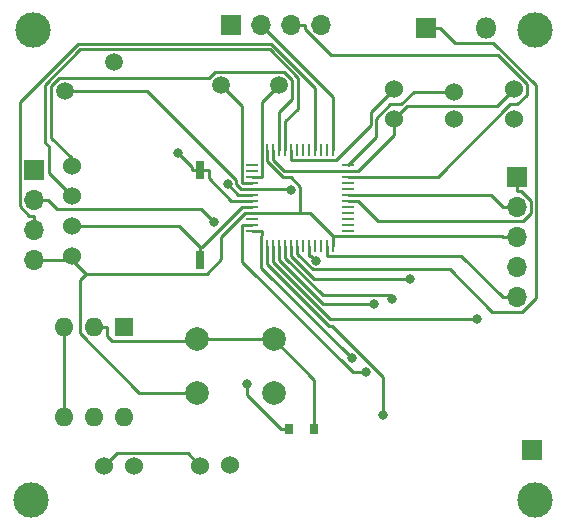
<source format=gtl>
G04 #@! TF.GenerationSoftware,KiCad,Pcbnew,5.1.6-c6e7f7d~87~ubuntu18.04.1*
G04 #@! TF.CreationDate,2020-07-19T23:01:31+05:30*
G04 #@! TF.ProjectId,Sensor_pcb_v1,53656e73-6f72-45f7-9063-625f76312e6b,rev?*
G04 #@! TF.SameCoordinates,Original*
G04 #@! TF.FileFunction,Copper,L1,Top*
G04 #@! TF.FilePolarity,Positive*
%FSLAX46Y46*%
G04 Gerber Fmt 4.6, Leading zero omitted, Abs format (unit mm)*
G04 Created by KiCad (PCBNEW 5.1.6-c6e7f7d~87~ubuntu18.04.1) date 2020-07-19 23:01:31*
%MOMM*%
%LPD*%
G01*
G04 APERTURE LIST*
G04 #@! TA.AperFunction,ComponentPad*
%ADD10R,1.700000X1.700000*%
G04 #@! TD*
G04 #@! TA.AperFunction,ComponentPad*
%ADD11O,1.700000X1.700000*%
G04 #@! TD*
G04 #@! TA.AperFunction,ComponentPad*
%ADD12C,1.524000*%
G04 #@! TD*
G04 #@! TA.AperFunction,ComponentPad*
%ADD13C,2.000000*%
G04 #@! TD*
G04 #@! TA.AperFunction,ComponentPad*
%ADD14R,1.600000X1.600000*%
G04 #@! TD*
G04 #@! TA.AperFunction,ComponentPad*
%ADD15O,1.600000X1.600000*%
G04 #@! TD*
G04 #@! TA.AperFunction,SMDPad,CuDef*
%ADD16R,0.800000X0.900000*%
G04 #@! TD*
G04 #@! TA.AperFunction,ComponentPad*
%ADD17O,1.800000X1.800000*%
G04 #@! TD*
G04 #@! TA.AperFunction,ComponentPad*
%ADD18R,1.800000X1.800000*%
G04 #@! TD*
G04 #@! TA.AperFunction,SMDPad,CuDef*
%ADD19R,0.760000X1.600000*%
G04 #@! TD*
G04 #@! TA.AperFunction,SMDPad,CuDef*
%ADD20R,0.230000X1.000000*%
G04 #@! TD*
G04 #@! TA.AperFunction,SMDPad,CuDef*
%ADD21R,1.000000X0.230000*%
G04 #@! TD*
G04 #@! TA.AperFunction,ComponentPad*
%ADD22C,1.500000*%
G04 #@! TD*
G04 #@! TA.AperFunction,ViaPad*
%ADD23C,3.000000*%
G04 #@! TD*
G04 #@! TA.AperFunction,ViaPad*
%ADD24C,0.800000*%
G04 #@! TD*
G04 #@! TA.AperFunction,Conductor*
%ADD25C,0.250000*%
G04 #@! TD*
G04 APERTURE END LIST*
D10*
X67050000Y-56420000D03*
X24860000Y-32700000D03*
D11*
X24860000Y-35240000D03*
X24860000Y-37780000D03*
X24860000Y-40320000D03*
D12*
X33340000Y-57800000D03*
X30800000Y-57810000D03*
X41510000Y-57740000D03*
X38970000Y-57750000D03*
D13*
X38680000Y-51570000D03*
X38680000Y-47070000D03*
X45180000Y-51570000D03*
X45180000Y-47070000D03*
D14*
X32460000Y-46060000D03*
D15*
X27380000Y-53680000D03*
X29920000Y-46060000D03*
X29920000Y-53680000D03*
X27380000Y-46060000D03*
X32460000Y-53680000D03*
D16*
X46490000Y-54630000D03*
X48590000Y-54630000D03*
D12*
X60410000Y-26090000D03*
X55330000Y-25890000D03*
X65490000Y-25890000D03*
X65490000Y-28430000D03*
X60410000Y-28430000D03*
X55330000Y-28430000D03*
D11*
X65760000Y-43500000D03*
X65760000Y-40960000D03*
X65760000Y-38420000D03*
X65760000Y-35880000D03*
D10*
X65760000Y-33340000D03*
D11*
X49170000Y-20450000D03*
X46630000Y-20450000D03*
X44090000Y-20450000D03*
D10*
X41550000Y-20450000D03*
D17*
X63140000Y-20710000D03*
D18*
X58060000Y-20710000D03*
D19*
X38960000Y-40370000D03*
X38960000Y-32750000D03*
D20*
X49704000Y-31024000D03*
D21*
X43354000Y-32294000D03*
X43354000Y-32802000D03*
X43354000Y-33310000D03*
X43354000Y-33818000D03*
X43354000Y-34326000D03*
X43354000Y-34834000D03*
X43354000Y-35342000D03*
X43354000Y-35850000D03*
X43354000Y-36358000D03*
X43354000Y-36866000D03*
X43354000Y-37374000D03*
X43354000Y-37882000D03*
D20*
X44624000Y-39152000D03*
X45132000Y-39152000D03*
X46148000Y-39152000D03*
X46656000Y-39152000D03*
X47164000Y-39152000D03*
X47672000Y-39152000D03*
X48180000Y-39152000D03*
X48688000Y-39152000D03*
X49196000Y-39152000D03*
X49704000Y-39152000D03*
X50212000Y-39152000D03*
D21*
X51482000Y-37374000D03*
X51482000Y-36866000D03*
X51482000Y-36358000D03*
X51482000Y-35850000D03*
X51482000Y-35342000D03*
X51482000Y-34834000D03*
X51482000Y-34326000D03*
X51482000Y-33818000D03*
X51482000Y-33310000D03*
X51482000Y-32802000D03*
X51482000Y-32294000D03*
D20*
X50212000Y-31024000D03*
X49196000Y-31024000D03*
X48688000Y-31024000D03*
X48180000Y-31024000D03*
X47672000Y-31024000D03*
X47164000Y-31024000D03*
X46656000Y-31024000D03*
X46148000Y-31024000D03*
X45640000Y-31024000D03*
X45132000Y-31024000D03*
X44624000Y-31024000D03*
D21*
X51482000Y-37882000D03*
D20*
X45640000Y-39152000D03*
D12*
X28100000Y-40000000D03*
X28100000Y-37460000D03*
X28100000Y-34920000D03*
X28100000Y-32380000D03*
D22*
X40730000Y-25540000D03*
X45610000Y-25540000D03*
X27460000Y-26060000D03*
X31686204Y-23620000D03*
D23*
X24830000Y-20910000D03*
X67280000Y-20910000D03*
X67280000Y-60640000D03*
X24640000Y-60640000D03*
D24*
X37064900Y-31309200D03*
X46660000Y-34417300D03*
X41262000Y-33939100D03*
X48760900Y-40392300D03*
X51775700Y-48669800D03*
X54420000Y-53480600D03*
X62393700Y-45314900D03*
X55178300Y-43616500D03*
X56739200Y-41923900D03*
X53694900Y-44054900D03*
X42901500Y-50830300D03*
X40137700Y-37173800D03*
X52996800Y-49871100D03*
D25*
X51482000Y-32802000D02*
X46084700Y-32802000D01*
X46084700Y-32802000D02*
X45132000Y-31849300D01*
X65490000Y-25890000D02*
X64037400Y-27342600D01*
X64037400Y-27342600D02*
X56417400Y-27342600D01*
X56417400Y-27342600D02*
X55330000Y-28430000D01*
X45132000Y-31024000D02*
X45132000Y-31849300D01*
X43259200Y-35850000D02*
X43354000Y-35850000D01*
X55330000Y-28430000D02*
X55330000Y-29779300D01*
X55330000Y-29779300D02*
X52307300Y-32802000D01*
X38970000Y-57750000D02*
X37918100Y-56698100D01*
X37918100Y-56698100D02*
X31911900Y-56698100D01*
X31911900Y-56698100D02*
X30800000Y-57810000D01*
X64584700Y-43500000D02*
X61062000Y-39977300D01*
X61062000Y-39977300D02*
X49704000Y-39977300D01*
X43259200Y-35850000D02*
X42528700Y-35850000D01*
X51482000Y-32802000D02*
X52307300Y-32802000D01*
X49704000Y-39152000D02*
X49704000Y-39977300D01*
X28100000Y-37460000D02*
X37175300Y-37460000D01*
X37175300Y-37460000D02*
X38960000Y-39244700D01*
X38960000Y-40370000D02*
X38960000Y-39244700D01*
X42528700Y-35850000D02*
X39134000Y-39244700D01*
X39134000Y-39244700D02*
X38960000Y-39244700D01*
X65760000Y-43500000D02*
X64584700Y-43500000D01*
X38960000Y-32750000D02*
X38254700Y-32750000D01*
X38254700Y-32750000D02*
X38254700Y-32499000D01*
X38254700Y-32499000D02*
X37064900Y-31309200D01*
X39103900Y-32750000D02*
X38960000Y-32750000D01*
X39103900Y-32750000D02*
X39247800Y-32750000D01*
X39312700Y-32750000D02*
X39665300Y-32750000D01*
X39312700Y-32750000D02*
X39247800Y-32750000D01*
X39665300Y-32750000D02*
X39665300Y-33421900D01*
X39665300Y-33421900D02*
X41585400Y-35342000D01*
X41585400Y-35342000D02*
X42528700Y-35342000D01*
X43354000Y-35342000D02*
X42528700Y-35342000D01*
X45610000Y-25540000D02*
X44179300Y-26970700D01*
X44179300Y-26970700D02*
X44179300Y-30831800D01*
X44179300Y-30831800D02*
X44173700Y-30837400D01*
X44173700Y-30837400D02*
X44173700Y-31210600D01*
X44173700Y-31210600D02*
X44179300Y-31216200D01*
X44179300Y-31216200D02*
X44179300Y-33310000D01*
X43354000Y-33310000D02*
X44179300Y-33310000D01*
X43354000Y-33818000D02*
X42528700Y-33818000D01*
X40730000Y-25540000D02*
X42528700Y-27338700D01*
X42528700Y-27338700D02*
X42528700Y-33818000D01*
X43354000Y-34326000D02*
X46568700Y-34326000D01*
X46568700Y-34326000D02*
X46660000Y-34417300D01*
X27460000Y-26060000D02*
X34452400Y-26060000D01*
X34452400Y-26060000D02*
X42003000Y-33610600D01*
X42003000Y-33610600D02*
X42003000Y-33935000D01*
X42003000Y-33935000D02*
X42394000Y-34326000D01*
X42394000Y-34326000D02*
X43354000Y-34326000D01*
X41262000Y-33939100D02*
X42156900Y-34834000D01*
X42156900Y-34834000D02*
X43354000Y-34834000D01*
X27380000Y-46060000D02*
X27380000Y-53680000D01*
X47419700Y-36358000D02*
X48243300Y-36358000D01*
X48243300Y-36358000D02*
X50212000Y-38326700D01*
X43354000Y-36358000D02*
X47419700Y-36358000D01*
X44624000Y-31024000D02*
X44629700Y-31029700D01*
X44629700Y-31029700D02*
X44629700Y-31998300D01*
X44629700Y-31998300D02*
X45944200Y-33312800D01*
X45944200Y-33312800D02*
X46596100Y-33312800D01*
X46596100Y-33312800D02*
X47419700Y-34136400D01*
X47419700Y-34136400D02*
X47419700Y-36358000D01*
X29275400Y-41495400D02*
X39492200Y-41495400D01*
X39492200Y-41495400D02*
X40729700Y-40257900D01*
X40729700Y-40257900D02*
X40729700Y-38372900D01*
X40729700Y-38372900D02*
X42744600Y-36358000D01*
X42744600Y-36358000D02*
X43354000Y-36358000D01*
X28100000Y-40320000D02*
X29275400Y-41495400D01*
X28100000Y-40000000D02*
X28100000Y-40320000D01*
X28100000Y-40320000D02*
X26035300Y-40320000D01*
X24860000Y-40320000D02*
X26035300Y-40320000D01*
X38680000Y-51570000D02*
X33803100Y-51570000D01*
X33803100Y-51570000D02*
X28768200Y-46535100D01*
X28768200Y-46535100D02*
X28768200Y-42002600D01*
X28768200Y-42002600D02*
X29275400Y-41495400D01*
X51482000Y-32294000D02*
X53825700Y-29950300D01*
X53825700Y-29950300D02*
X53825700Y-28384700D01*
X53825700Y-28384700D02*
X55050400Y-27160000D01*
X55050400Y-27160000D02*
X55963100Y-27160000D01*
X55963100Y-27160000D02*
X57033100Y-26090000D01*
X57033100Y-26090000D02*
X60410000Y-26090000D01*
X65760000Y-38420000D02*
X64584700Y-38420000D01*
X50212000Y-39152000D02*
X50212000Y-38326700D01*
X64584700Y-38420000D02*
X64491400Y-38326700D01*
X64491400Y-38326700D02*
X50212000Y-38326700D01*
X46656000Y-31024000D02*
X46656000Y-31849300D01*
X46656000Y-31849300D02*
X50482100Y-31849300D01*
X50482100Y-31849300D02*
X53375400Y-28956000D01*
X53375400Y-28956000D02*
X53375400Y-27844600D01*
X53375400Y-27844600D02*
X55330000Y-25890000D01*
X48180000Y-39152000D02*
X48180000Y-39977300D01*
X48180000Y-39977300D02*
X48345900Y-39977300D01*
X48345900Y-39977300D02*
X48760900Y-40392300D01*
X65760000Y-35880000D02*
X64584700Y-35880000D01*
X51482000Y-34834000D02*
X63538700Y-34834000D01*
X63538700Y-34834000D02*
X64584700Y-35880000D01*
X65760000Y-33340000D02*
X65760000Y-34515300D01*
X51482000Y-35342000D02*
X52307300Y-35342000D01*
X52307300Y-35342000D02*
X54025400Y-37060100D01*
X54025400Y-37060100D02*
X66272400Y-37060100D01*
X66272400Y-37060100D02*
X66935300Y-36397200D01*
X66935300Y-36397200D02*
X66935300Y-35323200D01*
X66935300Y-35323200D02*
X66127400Y-34515300D01*
X66127400Y-34515300D02*
X65760000Y-34515300D01*
X47805300Y-20450000D02*
X47805300Y-20817300D01*
X47805300Y-20817300D02*
X49990900Y-23002900D01*
X49990900Y-23002900D02*
X64188500Y-23002900D01*
X64188500Y-23002900D02*
X66612700Y-25427100D01*
X66612700Y-25427100D02*
X66612700Y-26357900D01*
X66612700Y-26357900D02*
X65791500Y-27179100D01*
X65791500Y-27179100D02*
X65202900Y-27179100D01*
X65202900Y-27179100D02*
X59072000Y-33310000D01*
X59072000Y-33310000D02*
X51482000Y-33310000D01*
X46630000Y-20450000D02*
X47805300Y-20450000D01*
X50212000Y-31024000D02*
X50212000Y-30198700D01*
X44090000Y-20450000D02*
X50212000Y-26572000D01*
X50212000Y-26572000D02*
X50212000Y-30198700D01*
X58060000Y-20710000D02*
X59285300Y-20710000D01*
X47164000Y-39152000D02*
X47164000Y-39848400D01*
X47164000Y-39848400D02*
X48464600Y-41149000D01*
X48464600Y-41149000D02*
X60124900Y-41149000D01*
X60124900Y-41149000D02*
X63687400Y-44711500D01*
X63687400Y-44711500D02*
X66231300Y-44711500D01*
X66231300Y-44711500D02*
X67394100Y-43548700D01*
X67394100Y-43548700D02*
X67394100Y-25571500D01*
X67394100Y-25571500D02*
X63757900Y-21935300D01*
X63757900Y-21935300D02*
X60510600Y-21935300D01*
X60510600Y-21935300D02*
X59285300Y-20710000D01*
X44179300Y-37882000D02*
X44179300Y-38212200D01*
X44179300Y-38212200D02*
X44106600Y-38284900D01*
X44106600Y-38284900D02*
X44106600Y-41000700D01*
X44106600Y-41000700D02*
X51775700Y-48669800D01*
X43354000Y-37882000D02*
X44179300Y-37882000D01*
X44624000Y-39152000D02*
X44624000Y-40684900D01*
X44624000Y-40684900D02*
X49866400Y-45927300D01*
X49866400Y-45927300D02*
X50091500Y-45927300D01*
X50091500Y-45927300D02*
X54419900Y-50255700D01*
X54419900Y-50255700D02*
X54419900Y-53480600D01*
X54419900Y-53480600D02*
X54420000Y-53480600D01*
X45132000Y-39152000D02*
X45132000Y-40501300D01*
X45132000Y-40501300D02*
X49945600Y-45314900D01*
X49945600Y-45314900D02*
X62393700Y-45314900D01*
X46148000Y-39152000D02*
X46148000Y-40172800D01*
X46148000Y-40172800D02*
X49304800Y-43329600D01*
X49304800Y-43329600D02*
X54891400Y-43329600D01*
X54891400Y-43329600D02*
X55178300Y-43616500D01*
X46656000Y-39977300D02*
X48602600Y-41923900D01*
X48602600Y-41923900D02*
X56739200Y-41923900D01*
X46656000Y-39152000D02*
X46656000Y-39977300D01*
X28100000Y-34920000D02*
X26122100Y-32942100D01*
X26122100Y-32942100D02*
X26122100Y-30720400D01*
X26122100Y-30720400D02*
X25826200Y-30424500D01*
X25826200Y-30424500D02*
X25826200Y-25512200D01*
X25826200Y-25512200D02*
X28812400Y-22526000D01*
X28812400Y-22526000D02*
X44824600Y-22526000D01*
X44824600Y-22526000D02*
X47199400Y-24900800D01*
X47199400Y-24900800D02*
X47199400Y-27552100D01*
X47199400Y-27552100D02*
X46148000Y-28603500D01*
X46148000Y-28603500D02*
X46148000Y-31024000D01*
X28100000Y-32380000D02*
X28100000Y-31743100D01*
X28100000Y-31743100D02*
X26347200Y-29990300D01*
X26347200Y-29990300D02*
X26347200Y-25639100D01*
X26347200Y-25639100D02*
X27005100Y-24981200D01*
X27005100Y-24981200D02*
X39668600Y-24981200D01*
X39668600Y-24981200D02*
X40242400Y-24407400D01*
X40242400Y-24407400D02*
X46008200Y-24407400D01*
X46008200Y-24407400D02*
X46749000Y-25148200D01*
X46749000Y-25148200D02*
X46749000Y-26728700D01*
X46749000Y-26728700D02*
X45640000Y-27837700D01*
X45640000Y-27837700D02*
X45640000Y-31024000D01*
X45640000Y-39152000D02*
X45640000Y-40372400D01*
X45640000Y-40372400D02*
X49322500Y-44054900D01*
X49322500Y-44054900D02*
X53694900Y-44054900D01*
X42901500Y-50830300D02*
X42901500Y-51766800D01*
X42901500Y-51766800D02*
X45764700Y-54630000D01*
X46490000Y-54630000D02*
X45764700Y-54630000D01*
X29920000Y-46060000D02*
X31045300Y-46060000D01*
X38680000Y-47070000D02*
X38564700Y-47185300D01*
X38564700Y-47185300D02*
X31467200Y-47185300D01*
X31467200Y-47185300D02*
X31045300Y-46763400D01*
X31045300Y-46763400D02*
X31045300Y-46060000D01*
X45180000Y-47070000D02*
X38680000Y-47070000D01*
X48590000Y-54630000D02*
X48590000Y-50480000D01*
X48590000Y-50480000D02*
X45180000Y-47070000D01*
X26035300Y-35240000D02*
X26866400Y-36071100D01*
X26866400Y-36071100D02*
X39035000Y-36071100D01*
X39035000Y-36071100D02*
X40137700Y-37173800D01*
X24860000Y-35240000D02*
X26035300Y-35240000D01*
X24860000Y-36604700D02*
X24492600Y-36604700D01*
X24492600Y-36604700D02*
X23684700Y-35796800D01*
X23684700Y-35796800D02*
X23684700Y-26987400D01*
X23684700Y-26987400D02*
X28627800Y-22044300D01*
X28627800Y-22044300D02*
X44979800Y-22044300D01*
X44979800Y-22044300D02*
X48688000Y-25752500D01*
X48688000Y-25752500D02*
X48688000Y-31024000D01*
X24860000Y-37780000D02*
X24860000Y-36604700D01*
X42528700Y-37374000D02*
X42528700Y-40477800D01*
X42528700Y-40477800D02*
X51922000Y-49871100D01*
X51922000Y-49871100D02*
X52996800Y-49871100D01*
X43354000Y-37374000D02*
X42528700Y-37374000D01*
M02*

</source>
